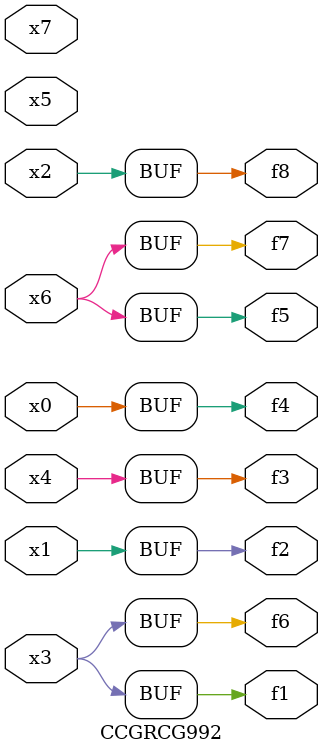
<source format=v>
module CCGRCG992(
	input x0, x1, x2, x3, x4, x5, x6, x7,
	output f1, f2, f3, f4, f5, f6, f7, f8
);
	assign f1 = x3;
	assign f2 = x1;
	assign f3 = x4;
	assign f4 = x0;
	assign f5 = x6;
	assign f6 = x3;
	assign f7 = x6;
	assign f8 = x2;
endmodule

</source>
